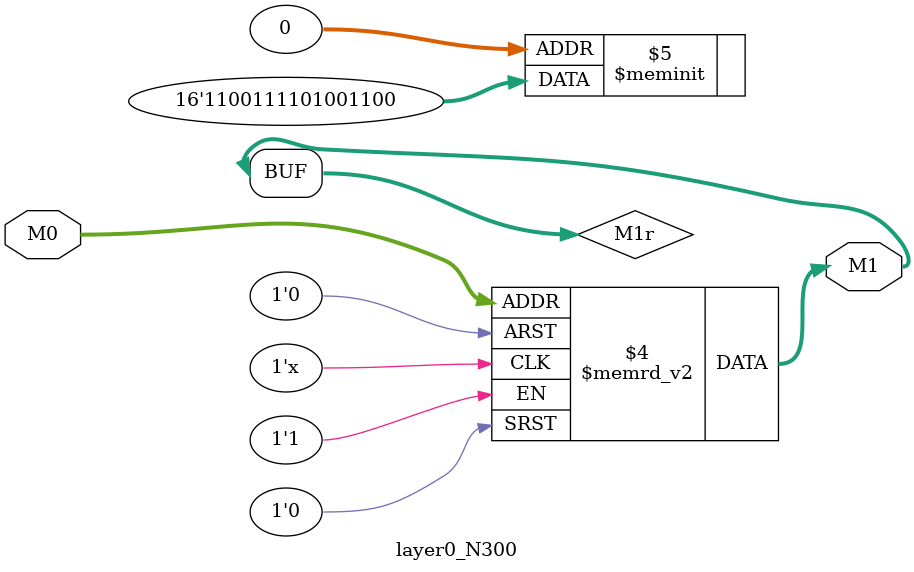
<source format=v>
module layer0_N300 ( input [2:0] M0, output [1:0] M1 );

	(*rom_style = "distributed" *) reg [1:0] M1r;
	assign M1 = M1r;
	always @ (M0) begin
		case (M0)
			3'b000: M1r = 2'b00;
			3'b100: M1r = 2'b11;
			3'b010: M1r = 2'b00;
			3'b110: M1r = 2'b00;
			3'b001: M1r = 2'b11;
			3'b101: M1r = 2'b11;
			3'b011: M1r = 2'b01;
			3'b111: M1r = 2'b11;

		endcase
	end
endmodule

</source>
